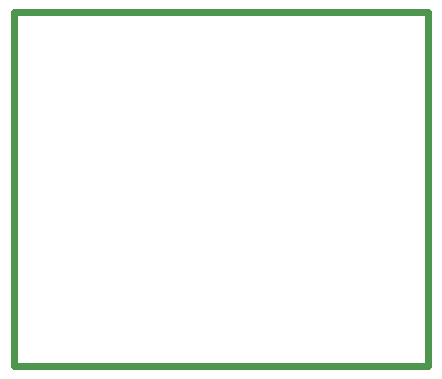
<source format=gko>
G04*
G04 #@! TF.GenerationSoftware,Altium Limited,Altium Designer,19.0.10 (269)*
G04*
G04 Layer_Color=16711935*
%FSLAX25Y25*%
%MOIN*%
G70*
G01*
G75*
%ADD12C,0.02362*%
D12*
X0Y0D02*
X138000D01*
Y118000D01*
X0D02*
X138000D01*
X0Y0D02*
Y118000D01*
M02*

</source>
